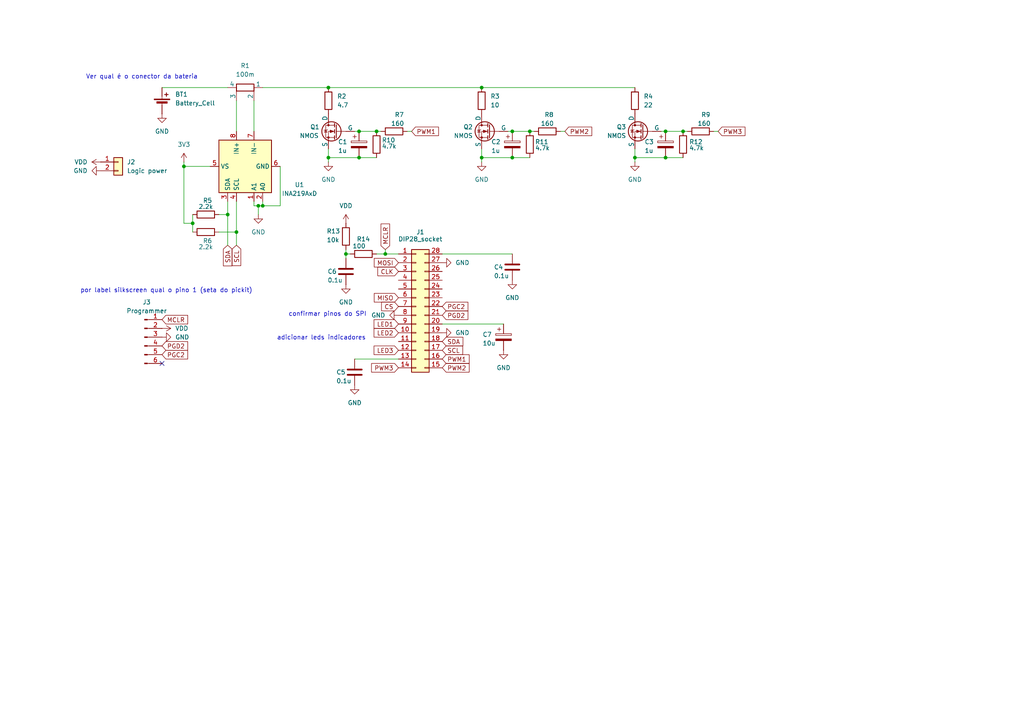
<source format=kicad_sch>
(kicad_sch (version 20231120) (generator "eeschema") (generator_version "8.0")
  (paper "A4")
  (lib_symbols
    (symbol "Connector:Conn_01x06_Pin" (pin_names (offset 1.016) hide)
      (property "Reference" "J" (at 0 7.62 0))
      (property "Value" "Conn_01x06_Pin" (at 0 -10.16 0))
      (symbol "Conn_01x06_Pin_1_1"
        (polyline (pts (xy 1.27 -7.62) (xy 0.8636 -7.62)) (stroke (width 0.1524)))
        (polyline (pts (xy 1.27 -5.08) (xy 0.8636 -5.08)) (stroke (width 0.1524)))
        (polyline (pts (xy 1.27 -2.54) (xy 0.8636 -2.54)) (stroke (width 0.1524)))
        (polyline (pts (xy 1.27 0) (xy 0.8636 0)) (stroke (width 0.1524)))
        (polyline (pts (xy 1.27 2.54) (xy 0.8636 2.54)) (stroke (width 0.1524)))
        (polyline (pts (xy 1.27 5.08) (xy 0.8636 5.08)) (stroke (width 0.1524)))
        (rectangle (start 0.8636 -7.493) (end 0 -7.747) (stroke (width 0.1524)) (fill (type outline)))
        (rectangle (start 0.8636 -4.953) (end 0 -5.207) (stroke (width 0.1524)) (fill (type outline)))
        (rectangle (start 0.8636 -2.413) (end 0 -2.667) (stroke (width 0.1524)) (fill (type outline)))
        (rectangle (start 0.8636 0.127) (end 0 -0.127) (stroke (width 0.1524)) (fill (type outline)))
        (rectangle (start 0.8636 2.667) (end 0 2.413) (stroke (width 0.1524)) (fill (type outline)))
        (rectangle (start 0.8636 5.207) (end 0 4.953) (stroke (width 0.1524)) (fill (type outline)))
        (pin passive line (at 5.08 5.08 180) (length 3.81) (name "Pin_1") (number "1"))
        (pin passive line (at 5.08 2.54 180) (length 3.81) (name "Pin_2") (number "2"))
        (pin passive line (at 5.08 0 180) (length 3.81) (name "Pin_3") (number "3"))
        (pin passive line (at 5.08 -2.54 180) (length 3.81) (name "Pin_4") (number "4"))
        (pin passive line (at 5.08 -5.08 180) (length 3.81) (name "Pin_5") (number "5"))
        (pin passive line (at 5.08 -7.62 180) (length 3.81) (name "Pin_6") (number "6"))
      )
    )
    (symbol "Connector_Generic:Conn_01x02" (pin_names (offset 1.016) hide)
      (property "Reference" "J" (at 0 2.54 0))
      (property "Value" "Conn_01x02" (at 0 -5.08 0))
      (symbol "Conn_01x02_1_1"
        (rectangle (start -1.27 -2.413) (end 0 -2.667) (stroke (width 0.1524)))
        (rectangle (start -1.27 0.127) (end 0 -0.127) (stroke (width 0.1524)))
        (rectangle (start -1.27 1.27) (end 1.27 -3.81) (stroke (width 0.254)) (fill (type background)))
        (pin passive line (at -5.08 0 0) (length 3.81) (name "Pin_1") (number "1"))
        (pin passive line (at -5.08 -2.54 0) (length 3.81) (name "Pin_2") (number "2"))
      )
    )
    (symbol "Connector_Generic:Conn_02x14_Counter_Clockwise" (pin_names (offset 1.016) hide)
      (property "Reference" "J" (at 1.27 17.78 0))
      (property "Value" "Conn_02x14_Counter_Clockwise" (at 1.27 -20.32 0))
      (symbol "Conn_02x14_Counter_Clockwise_1_1"
        (rectangle (start -1.27 -17.653) (end 0 -17.907) (stroke (width 0.1524)))
        (rectangle (start -1.27 -15.113) (end 0 -15.367) (stroke (width 0.1524)))
        (rectangle (start -1.27 -12.573) (end 0 -12.827) (stroke (width 0.1524)))
        (rectangle (start -1.27 -10.033) (end 0 -10.287) (stroke (width 0.1524)))
        (rectangle (start -1.27 -7.493) (end 0 -7.747) (stroke (width 0.1524)))
        (rectangle (start -1.27 -4.953) (end 0 -5.207) (stroke (width 0.1524)))
        (rectangle (start -1.27 -2.413) (end 0 -2.667) (stroke (width 0.1524)))
        (rectangle (start -1.27 0.127) (end 0 -0.127) (stroke (width 0.1524)))
        (rectangle (start -1.27 2.667) (end 0 2.413) (stroke (width 0.1524)))
        (rectangle (start -1.27 5.207) (end 0 4.953) (stroke (width 0.1524)))
        (rectangle (start -1.27 7.747) (end 0 7.493) (stroke (width 0.1524)))
        (rectangle (start -1.27 10.287) (end 0 10.033) (stroke (width 0.1524)))
        (rectangle (start -1.27 12.827) (end 0 12.573) (stroke (width 0.1524)))
        (rectangle (start -1.27 15.367) (end 0 15.113) (stroke (width 0.1524)))
        (rectangle (start -1.27 16.51) (end 3.81 -19.05) (stroke (width 0.254)) (fill (type background)))
        (rectangle (start 3.81 -17.653) (end 2.54 -17.907) (stroke (width 0.1524)))
        (rectangle (start 3.81 -15.113) (end 2.54 -15.367) (stroke (width 0.1524)))
        (rectangle (start 3.81 -12.573) (end 2.54 -12.827) (stroke (width 0.1524)))
        (rectangle (start 3.81 -10.033) (end 2.54 -10.287) (stroke (width 0.1524)))
        (rectangle (start 3.81 -7.493) (end 2.54 -7.747) (stroke (width 0.1524)))
        (rectangle (start 3.81 -4.953) (end 2.54 -5.207) (stroke (width 0.1524)))
        (rectangle (start 3.81 -2.413) (end 2.54 -2.667) (stroke (width 0.1524)))
        (rectangle (start 3.81 0.127) (end 2.54 -0.127) (stroke (width 0.1524)))
        (rectangle (start 3.81 2.667) (end 2.54 2.413) (stroke (width 0.1524)))
        (rectangle (start 3.81 5.207) (end 2.54 4.953) (stroke (width 0.1524)))
        (rectangle (start 3.81 7.747) (end 2.54 7.493) (stroke (width 0.1524)))
        (rectangle (start 3.81 10.287) (end 2.54 10.033) (stroke (width 0.1524)))
        (rectangle (start 3.81 12.827) (end 2.54 12.573) (stroke (width 0.1524)))
        (rectangle (start 3.81 15.367) (end 2.54 15.113) (stroke (width 0.1524)))
        (pin passive line (at -5.08 15.24 0) (length 3.81) (name "Pin_1") (number "1"))
        (pin passive line (at -5.08 -7.62 0) (length 3.81) (name "Pin_10") (number "10"))
        (pin passive line (at -5.08 -10.16 0) (length 3.81) (name "Pin_11") (number "11"))
        (pin passive line (at -5.08 -12.7 0) (length 3.81) (name "Pin_12") (number "12"))
        (pin passive line (at -5.08 -15.24 0) (length 3.81) (name "Pin_13") (number "13"))
        (pin passive line (at -5.08 -17.78 0) (length 3.81) (name "Pin_14") (number "14"))
        (pin passive line (at 7.62 -17.78 180) (length 3.81) (name "Pin_15") (number "15"))
        (pin passive line (at 7.62 -15.24 180) (length 3.81) (name "Pin_16") (number "16"))
        (pin passive line (at 7.62 -12.7 180) (length 3.81) (name "Pin_17") (number "17"))
        (pin passive line (at 7.62 -10.16 180) (length 3.81) (name "Pin_18") (number "18"))
        (pin passive line (at 7.62 -7.62 180) (length 3.81) (name "Pin_19") (number "19"))
        (pin passive line (at -5.08 12.7 0) (length 3.81) (name "Pin_2") (number "2"))
        (pin passive line (at 7.62 -5.08 180) (length 3.81) (name "Pin_20") (number "20"))
        (pin passive line (at 7.62 -2.54 180) (length 3.81) (name "Pin_21") (number "21"))
        (pin passive line (at 7.62 0 180) (length 3.81) (name "Pin_22") (number "22"))
        (pin passive line (at 7.62 2.54 180) (length 3.81) (name "Pin_23") (number "23"))
        (pin passive line (at 7.62 5.08 180) (length 3.81) (name "Pin_24") (number "24"))
        (pin passive line (at 7.62 7.62 180) (length 3.81) (name "Pin_25") (number "25"))
        (pin passive line (at 7.62 10.16 180) (length 3.81) (name "Pin_26") (number "26"))
        (pin passive line (at 7.62 12.7 180) (length 3.81) (name "Pin_27") (number "27"))
        (pin passive line (at 7.62 15.24 180) (length 3.81) (name "Pin_28") (number "28"))
        (pin passive line (at -5.08 10.16 0) (length 3.81) (name "Pin_3") (number "3"))
        (pin passive line (at -5.08 7.62 0) (length 3.81) (name "Pin_4") (number "4"))
        (pin passive line (at -5.08 5.08 0) (length 3.81) (name "Pin_5") (number "5"))
        (pin passive line (at -5.08 2.54 0) (length 3.81) (name "Pin_6") (number "6"))
        (pin passive line (at -5.08 0 0) (length 3.81) (name "Pin_7") (number "7"))
        (pin passive line (at -5.08 -2.54 0) (length 3.81) (name "Pin_8") (number "8"))
        (pin passive line (at -5.08 -5.08 0) (length 3.81) (name "Pin_9") (number "9"))
      )
    )
    (symbol "Device:Battery_Cell" (pin_numbers hide) (pin_names (offset 0) hide)
      (property "Reference" "BT" (at 2.54 2.54 0))
      (property "Value" "Battery_Cell" (at 2.54 0 0))
      (symbol "Battery_Cell_0_1"
        (rectangle (start -2.286 1.778) (end 2.286 1.524) (fill (type outline)))
        (rectangle (start -1.524 1.016) (end 1.524 0.508) (fill (type outline)))
        (polyline (pts (xy 0 0.762) (xy 0 0)))
        (polyline (pts (xy 0 1.778) (xy 0 2.54)))
        (polyline (pts (xy 0.762 3.048) (xy 1.778 3.048)) (stroke (width 0.254)))
        (polyline (pts (xy 1.27 3.556) (xy 1.27 2.54)) (stroke (width 0.254)))
      )
      (symbol "Battery_Cell_1_1"
        (pin passive line (at 0 5.08 270) (length 2.54) (name "+") (number "1"))
        (pin passive line (at 0 -2.54 90) (length 2.54) (name "-") (number "2"))
      )
    )
    (symbol "Device:C" (pin_numbers hide) (pin_names (offset 0.254))
      (property "Reference" "C" (at 0.635 2.54 0))
      (property "Value" "C" (at 0.635 -2.54 0))
      (symbol "C_0_1"
        (polyline (pts (xy -2.032 -0.762) (xy 2.032 -0.762)) (stroke (width 0.508)))
        (polyline (pts (xy -2.032 0.762) (xy 2.032 0.762)) (stroke (width 0.508)))
      )
      (symbol "C_1_1"
        (pin passive line (at 0 3.81 270) (length 2.794) (name "~") (number "1"))
        (pin passive line (at 0 -3.81 90) (length 2.794) (name "~") (number "2"))
      )
    )
    (symbol "Device:C_Polarized" (pin_numbers hide) (pin_names (offset 0.254))
      (property "Reference" "C" (at 0.635 2.54 0))
      (property "Value" "C_Polarized" (at 0.635 -2.54 0))
      (symbol "C_Polarized_0_1"
        (rectangle (start -2.286 0.508) (end 2.286 1.016))
        (polyline (pts (xy -1.778 2.286) (xy -0.762 2.286)))
        (polyline (pts (xy -1.27 2.794) (xy -1.27 1.778)))
        (rectangle (start 2.286 -0.508) (end -2.286 -1.016) (fill (type outline)))
      )
      (symbol "C_Polarized_1_1"
        (pin passive line (at 0 3.81 270) (length 2.794) (name "~") (number "1"))
        (pin passive line (at 0 -3.81 90) (length 2.794) (name "~") (number "2"))
      )
    )
    (symbol "Device:R" (pin_numbers hide) (pin_names (offset 0))
      (property "Reference" "R" (at 2.032 0 90))
      (property "Value" "R" (at 0 0 90))
      (symbol "R_0_1"
        (rectangle (start -1.016 -2.54) (end 1.016 2.54) (stroke (width 0.254)))
      )
      (symbol "R_1_1"
        (pin passive line (at 0 3.81 270) (length 1.27) (name "~") (number "1"))
        (pin passive line (at 0 -3.81 90) (length 1.27) (name "~") (number "2"))
      )
    )
    (symbol "Device:R_Shunt" (pin_numbers hide) (pin_names (offset 0))
      (property "Reference" "R" (at -4.445 0 90))
      (property "Value" "R_Shunt" (at -2.54 0 90))
      (symbol "R_Shunt_0_1"
        (rectangle (start -1.016 -2.54) (end 1.016 2.54) (stroke (width 0.254)))
        (polyline (pts (xy 0 -2.54) (xy 1.27 -2.54)))
        (polyline (pts (xy 1.27 2.54) (xy 0 2.54)))
      )
      (symbol "R_Shunt_1_1"
        (pin passive line (at 0 5.08 270) (length 2.54) (name "1") (number "1"))
        (pin passive line (at 3.81 2.54 180) (length 2.54) (name "2") (number "2"))
        (pin passive line (at 3.81 -2.54 180) (length 2.54) (name "3") (number "3"))
        (pin passive line (at 0 -5.08 90) (length 2.54) (name "4") (number "4"))
      )
    )
    (symbol "Sensor_Energy:INA219AxD"
      (property "Reference" "U" (at -6.35 8.89 0))
      (property "Value" "INA219AxD" (at 5.08 8.89 0))
      (symbol "INA219AxD_0_1"
        (rectangle (start -7.62 7.62) (end 7.62 -7.62) (stroke (width 0.254)) (fill (type background)))
      )
      (symbol "INA219AxD_1_1"
        (pin input line (at 10.16 -2.54 180) (length 2.54) (name "A1") (number "1"))
        (pin input line (at 10.16 -5.08 180) (length 2.54) (name "A0") (number "2"))
        (pin bidirectional line (at 10.16 5.08 180) (length 2.54) (name "SDA") (number "3"))
        (pin input line (at 10.16 2.54 180) (length 2.54) (name "SCL") (number "4"))
        (pin power_in line (at 0 10.16 270) (length 2.54) (name "VS") (number "5"))
        (pin power_in line (at 0 -10.16 90) (length 2.54) (name "GND") (number "6"))
        (pin input line (at -10.16 -2.54 0) (length 2.54) (name "IN-") (number "7"))
        (pin input line (at -10.16 2.54 0) (length 2.54) (name "IN+") (number "8"))
      )
    )
    (symbol "Simulation_SPICE:NMOS" (pin_numbers hide) (pin_names (offset 0))
      (property "Reference" "Q" (at 5.08 1.27 0))
      (property "Value" "NMOS" (at 5.08 -1.27 0))
      (symbol "NMOS_0_1"
        (polyline (pts (xy 0.254 0) (xy -2.54 0)))
        (polyline (pts (xy 0.254 1.905) (xy 0.254 -1.905)) (stroke (width 0.254)))
        (polyline (pts (xy 0.762 -1.27) (xy 0.762 -2.286)) (stroke (width 0.254)))
        (polyline (pts (xy 0.762 0.508) (xy 0.762 -0.508)) (stroke (width 0.254)))
        (polyline (pts (xy 0.762 2.286) (xy 0.762 1.27)) (stroke (width 0.254)))
        (polyline (pts (xy 2.54 2.54) (xy 2.54 1.778)))
        (polyline (pts (xy 2.54 -2.54) (xy 2.54 0) (xy 0.762 0)))
        (polyline (pts (xy 0.762 -1.778) (xy 3.302 -1.778) (xy 3.302 1.778) (xy 0.762 1.778)))
        (polyline (pts (xy 1.016 0) (xy 2.032 0.381) (xy 2.032 -0.381) (xy 1.016 0)) (fill (type outline)))
        (polyline (pts (xy 2.794 0.508) (xy 2.921 0.381) (xy 3.683 0.381) (xy 3.81 0.254)))
        (polyline (pts (xy 3.302 0.381) (xy 2.921 -0.254) (xy 3.683 -0.254) (xy 3.302 0.381)))
        (circle (center 1.651 0) (radius 2.794) (stroke (width 0.254)))
        (circle (center 2.54 -1.778) (radius 0.254) (fill (type outline)))
        (circle (center 2.54 1.778) (radius 0.254) (fill (type outline)))
      )
      (symbol "NMOS_1_1"
        (pin passive line (at 2.54 5.08 270) (length 2.54) (name "D") (number "1"))
        (pin input line (at -5.08 0 0) (length 2.54) (name "G") (number "2"))
        (pin passive line (at 2.54 -5.08 90) (length 2.54) (name "S") (number "3"))
      )
    )
    (symbol "power:GND" (power) (pin_numbers hide) (pin_names (offset 0) hide)
      (property "Value" "GND" (at 0 -3.81 0))
      (symbol "GND_0_1"
        (polyline (pts (xy 0 0) (xy 0 -1.27) (xy 1.27 -1.27) (xy 0 -2.54) (xy -1.27 -1.27) (xy 0 -1.27)))
      )
      (symbol "GND_1_1"
        (pin power_in line (at 0 0 270) (length 0) (name "~") (number "1"))
      )
    )
    (symbol "power:VDD" (power) (pin_numbers hide) (pin_names (offset 0) hide)
      (property "Value" "VDD" (at 0 3.556 0))
      (symbol "VDD_0_1"
        (polyline (pts (xy -0.762 1.27) (xy 0 2.54)))
        (polyline (pts (xy 0 0) (xy 0 2.54)))
        (polyline (pts (xy 0 2.54) (xy 0.762 1.27)))
      )
      (symbol "VDD_1_1"
        (pin power_in line (at 0 0 90) (length 0) (name "~") (number "1"))
      )
    )
  )
  (junction (at 193.04 38.1))
  (junction (at 111.76 73.66))
  (junction (at 53.34 48.26))
  (junction (at 198.12 38.1))
  (junction (at 104.14 38.1))
  (junction (at 95.25 25.4))
  (junction (at 55.88 64.77))
  (junction (at 109.22 38.1))
  (junction (at 74.93 59.69))
  (junction (at 68.58 67.31))
  (junction (at 76.2 59.69))
  (junction (at 139.7 25.4))
  (junction (at 100.33 73.66))
  (junction (at 104.14 45.72))
  (junction (at 66.04 62.23))
  (junction (at 148.59 45.72))
  (junction (at 193.04 45.72))
  (junction (at 184.15 45.72))
  (junction (at 139.7 45.72))
  (junction (at 148.59 38.1))
  (junction (at 95.25 45.72))
  (junction (at 153.67 38.1))
  (no_connect (at 46.99 105.41))
  (wire (pts (xy 128.27 93.98) (xy 146.05 93.98)))
  (wire (pts (xy 66.04 62.23) (xy 66.04 58.42)))
  (wire (pts (xy 193.04 38.1) (xy 198.12 38.1)))
  (wire (pts (xy 191.77 38.1) (xy 193.04 38.1)))
  (wire (pts (xy 207.01 38.1) (xy 208.28 38.1)))
  (wire (pts (xy 104.14 45.72) (xy 109.22 45.72)))
  (wire (pts (xy 68.58 29.21) (xy 68.58 38.1)))
  (wire (pts (xy 73.66 58.42) (xy 73.66 59.69)))
  (wire (pts (xy 139.7 45.72) (xy 148.59 45.72)))
  (wire (pts (xy 162.56 38.1) (xy 163.83 38.1)))
  (wire (pts (xy 81.28 59.69) (xy 76.2 59.69)))
  (wire (pts (xy 76.2 59.69) (xy 74.93 59.69)))
  (wire (pts (xy 46.99 25.4) (xy 66.04 25.4)))
  (wire (pts (xy 74.93 59.69) (xy 74.93 62.23)))
  (wire (pts (xy 128.27 73.66) (xy 148.59 73.66)))
  (wire (pts (xy 198.12 38.1) (xy 199.39 38.1)))
  (wire (pts (xy 66.04 62.23) (xy 66.04 71.12)))
  (wire (pts (xy 95.25 25.4) (xy 139.7 25.4)))
  (wire (pts (xy 53.34 48.26) (xy 53.34 64.77)))
  (wire (pts (xy 184.15 46.99) (xy 184.15 45.72)))
  (wire (pts (xy 95.25 45.72) (xy 104.14 45.72)))
  (wire (pts (xy 184.15 45.72) (xy 184.15 43.18)))
  (wire (pts (xy 100.33 72.39) (xy 100.33 73.66)))
  (wire (pts (xy 102.87 38.1) (xy 104.14 38.1)))
  (wire (pts (xy 68.58 58.42) (xy 68.58 67.31)))
  (wire (pts (xy 95.25 46.99) (xy 95.25 45.72)))
  (wire (pts (xy 139.7 25.4) (xy 184.15 25.4)))
  (wire (pts (xy 55.88 64.77) (xy 55.88 67.31)))
  (wire (pts (xy 102.87 104.14) (xy 115.57 104.14)))
  (wire (pts (xy 53.34 46.99) (xy 53.34 48.26)))
  (wire (pts (xy 109.22 38.1) (xy 110.49 38.1)))
  (wire (pts (xy 139.7 46.99) (xy 139.7 45.72)))
  (wire (pts (xy 111.76 72.39) (xy 111.76 73.66)))
  (wire (pts (xy 100.33 73.66) (xy 100.33 74.93)))
  (wire (pts (xy 76.2 25.4) (xy 95.25 25.4)))
  (wire (pts (xy 68.58 67.31) (xy 63.5 67.31)))
  (wire (pts (xy 148.59 45.72) (xy 153.67 45.72)))
  (wire (pts (xy 147.32 38.1) (xy 148.59 38.1)))
  (wire (pts (xy 55.88 62.23) (xy 55.88 64.77)))
  (wire (pts (xy 193.04 45.72) (xy 198.12 45.72)))
  (wire (pts (xy 68.58 67.31) (xy 68.58 71.12)))
  (wire (pts (xy 73.66 29.21) (xy 73.66 38.1)))
  (wire (pts (xy 60.96 48.26) (xy 53.34 48.26)))
  (wire (pts (xy 76.2 58.42) (xy 76.2 59.69)))
  (wire (pts (xy 139.7 45.72) (xy 139.7 43.18)))
  (wire (pts (xy 184.15 45.72) (xy 193.04 45.72)))
  (wire (pts (xy 63.5 62.23) (xy 66.04 62.23)))
  (wire (pts (xy 111.76 73.66) (xy 115.57 73.66)))
  (wire (pts (xy 74.93 59.69) (xy 73.66 59.69)))
  (wire (pts (xy 153.67 38.1) (xy 154.94 38.1)))
  (wire (pts (xy 109.22 73.66) (xy 111.76 73.66)))
  (wire (pts (xy 104.14 38.1) (xy 109.22 38.1)))
  (wire (pts (xy 100.33 73.66) (xy 101.6 73.66)))
  (wire (pts (xy 81.28 48.26) (xy 81.28 59.69)))
  (wire (pts (xy 55.88 64.77) (xy 53.34 64.77)))
  (wire (pts (xy 95.25 45.72) (xy 95.25 43.18)))
  (wire (pts (xy 148.59 38.1) (xy 153.67 38.1)))
  (wire (pts (xy 118.11 38.1) (xy 119.38 38.1)))
  (text "adicionar leds indicadores" (at 93.218 98.044 0) (effects (font (size 1.27 1.27))))
  (text "por label silkscreen qual o pino 1 (seta do pickit)" (at 48.26 84.328 0) (effects (font (size 1.27 1.27))))
  (text "Ver qual é o conector da bateria" (at 41.148 22.352 0) (effects (font (size 1.27 1.27))))
  (text "confirmar pinos do SPI" (at 94.996 91.186 0) (effects (font (size 1.27 1.27))))
  (global_label "PGC2" (shape input) (at 46.99 102.87 0) (property "Intersheetrefs" "${INTERSHEET_REFS}" (effects (hide yes))))
  (global_label "MOSI" (shape input) (at 115.57 76.2 180) (property "Intersheetrefs" "${INTERSHEET_REFS}" (effects (hide yes))))
  (global_label "SCL" (shape input) (at 68.58 71.12 270) (property "Intersheetrefs" "${INTERSHEET_REFS}" (effects (hide yes))))
  (global_label "LED1" (shape input) (at 115.57 93.98 180) (property "Intersheetrefs" "${INTERSHEET_REFS}" (effects (hide yes))))
  (global_label "LED2" (shape input) (at 115.57 96.52 180) (property "Intersheetrefs" "${INTERSHEET_REFS}" (effects (hide yes))))
  (global_label "MCLR" (shape input) (at 111.76 72.39 90) (property "Intersheetrefs" "${INTERSHEET_REFS}" (effects (hide yes))))
  (global_label "PWM2" (shape input) (at 128.27 106.68 0) (property "Intersheetrefs" "${INTERSHEET_REFS}" (effects (hide yes))))
  (global_label "SDA" (shape input) (at 66.04 71.12 270) (property "Intersheetrefs" "${INTERSHEET_REFS}" (effects (hide yes))))
  (global_label "PGC2" (shape input) (at 128.27 88.9 0) (property "Intersheetrefs" "${INTERSHEET_REFS}" (effects (hide yes))))
  (global_label "MCLR" (shape input) (at 46.99 92.71 0) (property "Intersheetrefs" "${INTERSHEET_REFS}" (effects (hide yes))))
  (global_label "PWM1" (shape input) (at 119.38 38.1 0) (property "Intersheetrefs" "${INTERSHEET_REFS}" (effects (hide yes))))
  (global_label "SCL" (shape input) (at 128.27 101.6 0) (property "Intersheetrefs" "${INTERSHEET_REFS}" (effects (hide yes))))
  (global_label "LED3" (shape input) (at 115.57 101.6 180) (property "Intersheetrefs" "${INTERSHEET_REFS}" (effects (hide yes))))
  (global_label "PWM1" (shape input) (at 128.27 104.14 0) (property "Intersheetrefs" "${INTERSHEET_REFS}" (effects (hide yes))))
  (global_label "PWM3" (shape input) (at 208.28 38.1 0) (property "Intersheetrefs" "${INTERSHEET_REFS}" (effects (hide yes))))
  (global_label "PWM2" (shape input) (at 163.83 38.1 0) (property "Intersheetrefs" "${INTERSHEET_REFS}" (effects (hide yes))))
  (global_label "CLK" (shape input) (at 115.57 78.74 180) (property "Intersheetrefs" "${INTERSHEET_REFS}" (effects (hide yes))))
  (global_label "CS" (shape input) (at 115.57 88.9 180) (property "Intersheetrefs" "${INTERSHEET_REFS}" (effects (hide yes))))
  (global_label "SDA" (shape input) (at 128.27 99.06 0) (property "Intersheetrefs" "${INTERSHEET_REFS}" (effects (hide yes))))
  (global_label "MISO" (shape input) (at 115.57 86.36 180) (property "Intersheetrefs" "${INTERSHEET_REFS}" (effects (hide yes))))
  (global_label "PGD2" (shape input) (at 128.27 91.44 0) (property "Intersheetrefs" "${INTERSHEET_REFS}" (effects (hide yes))))
  (global_label "PGD2" (shape input) (at 46.99 100.33 0) (property "Intersheetrefs" "${INTERSHEET_REFS}" (effects (hide yes))))
  (global_label "PWM3" (shape input) (at 115.57 106.68 180) (property "Intersheetrefs" "${INTERSHEET_REFS}" (effects (hide yes))))
  (symbol (lib_id "Device:C") (at 102.87 107.95 0) (unit 1)
    (property "Reference" "C5" (at 97.536 107.95 0) (effects (justify left)))
    (property "Value" "0.1u" (at 97.536 110.49 0) (effects (justify left)))
    (property "Description" "Unpolarized capacitor" (effects (hide yes)))
  )
  (symbol (lib_id "Connector_Generic:Conn_02x14_Counter_Clockwise") (at 120.65 88.9 0) (unit 1)
    (property "Reference" "J1" (at 121.92 67.31 0))
    (property "Value" "DIP28_socket" (at 121.92 69.342 0))
    (property "Footprint" "Package_DIP:DIP-28_W7.62mm_Socket" (effects (hide yes)))
    (property "Description" "Generic connector, double row, 02x14, counter clockwise pin numbering scheme (similar to DIP package numbering), script generated (kicad-library-utils/schlib/autogen/connector/)" (effects (hide yes)))
  )
  (symbol (lib_id "Device:R") (at 184.15 29.21 0) (unit 1)
    (property "Reference" "R4" (at 186.69 27.9399 0) (effects (justify left)))
    (property "Value" "22" (at 186.69 30.4799 0) (effects (justify left)))
    (property "Description" "Resistor" (effects (hide yes)))
  )
  (symbol (lib_id "Sensor_Energy:INA219AxD") (at 71.12 48.26 90) (mirror x) (unit 1)
    (property "Reference" "U1" (at 86.868 53.594 90))
    (property "Value" "INA219AxD" (at 86.868 56.134 90))
    (property "Footprint" "Package_SO:SOIC-8_3.9x4.9mm_P1.27mm" (effects (hide yes)))
    (property "Datasheet" "http://www.ti.com/lit/ds/symlink/ina219.pdf" (effects (hide yes)))
    (property "Description" "Zero-Drift, Bidirectional Current/Power Monitor (0-26V) With I2C Interface, SOIC-8" (effects (hide yes)))
  )
  (symbol (lib_id "Device:R") (at 153.67 41.91 0) (unit 1)
    (property "Reference" "R11" (at 155.194 41.148 0) (effects (justify left)))
    (property "Value" "4.7k" (at 155.194 42.926 0) (effects (justify left)))
    (property "Description" "Resistor" (effects (hide yes)))
  )
  (symbol (lib_id "Device:R") (at 203.2 38.1 90) (unit 1)
    (property "Reference" "R9" (at 204.724 33.274 90))
    (property "Value" "160" (at 204.216 35.814 90))
    (property "Description" "Resistor" (effects (hide yes)))
  )
  (symbol (lib_id "Device:R_Shunt") (at 71.12 25.4 270) (unit 1)
    (property "Reference" "R1" (at 71.12 19.05 90))
    (property "Value" "100m" (at 71.12 21.59 90))
    (property "Description" "Shunt resistor" (effects (hide yes)))
  )
  (symbol (lib_id "power:GND") (at 29.21 49.53 270) (unit 1)
    (property "Reference" "#PWR016" (effects (hide yes)))
    (property "Value" "GND" (at 25.4 49.5299 90) (effects (justify right)))
    (property "Description" "Power symbol creates a global label with name \"GND\" , ground" (effects (hide yes)))
  )
  (symbol (lib_id "Device:C_Polarized") (at 104.14 41.91 0) (unit 1)
    (property "Reference" "C1" (at 98.044 41.148 0) (effects (justify left)))
    (property "Value" "1u" (at 98.044 43.688 0) (effects (justify left)))
    (property "Description" "Polarized capacitor" (effects (hide yes)))
  )
  (symbol (lib_id "power:VDD") (at 29.21 46.99 90) (unit 1)
    (property "Reference" "#PWR015" (effects (hide yes)))
    (property "Value" "VDD" (at 25.4 46.9899 90) (effects (justify left)))
    (property "Description" "Power symbol creates a global label with name \"VDD\"" (effects (hide yes)))
  )
  (symbol (lib_id "Device:R") (at 59.69 67.31 90) (mirror x) (unit 1)
    (property "Reference" "R6" (at 60.198 69.85 90))
    (property "Value" "2.2k" (at 59.69 71.628 90))
    (property "Description" "Resistor" (effects (hide yes)))
  )
  (symbol (lib_id "Device:C") (at 100.33 78.74 0) (unit 1)
    (property "Reference" "C6" (at 94.996 78.74 0) (effects (justify left)))
    (property "Value" "0.1u" (at 94.996 81.28 0) (effects (justify left)))
    (property "Description" "Unpolarized capacitor" (effects (hide yes)))
  )
  (symbol (lib_id "Connector_Generic:Conn_01x02") (at 34.29 46.99 0) (unit 1)
    (property "Reference" "J2" (at 36.83 46.9899 0) (effects (justify left)))
    (property "Value" "Logic power" (at 36.83 49.5299 0) (effects (justify left)))
    (property "Description" "Generic connector, single row, 01x02, script generated (kicad-library-utils/schlib/autogen/connector/)" (effects (hide yes)))
  )
  (symbol (lib_id "power:GND") (at 128.27 96.52 90) (unit 1)
    (property "Reference" "#PWR011" (effects (hide yes)))
    (property "Value" "GND" (at 132.08 96.5199 90) (effects (justify right)))
    (property "Description" "Power symbol creates a global label with name \"GND\" , ground" (effects (hide yes)))
  )
  (symbol (lib_id "Device:C_Polarized") (at 148.59 41.91 0) (unit 1)
    (property "Reference" "C2" (at 142.494 41.148 0) (effects (justify left)))
    (property "Value" "1u" (at 142.494 43.688 0) (effects (justify left)))
    (property "Description" "Polarized capacitor" (effects (hide yes)))
  )
  (symbol (lib_id "power:GND") (at 95.25 46.99 0) (unit 1)
    (property "Reference" "#PWR02" (effects (hide yes)))
    (property "Value" "GND" (at 95.25 52.07 0))
    (property "Description" "Power symbol creates a global label with name \"GND\" , ground" (effects (hide yes)))
  )
  (symbol (lib_id "Device:R") (at 59.69 62.23 90) (unit 1)
    (property "Reference" "R5" (at 60.198 58.166 90))
    (property "Value" "2.2k" (at 59.69 59.944 90))
    (property "Description" "Resistor" (effects (hide yes)))
  )
  (symbol (lib_id "Simulation_SPICE:NMOS") (at 186.69 38.1 0) (mirror y) (unit 1)
    (property "Reference" "Q3" (at 181.61 36.83 0) (effects (justify left)))
    (property "Value" "NMOS" (at 181.61 39.37 0) (effects (justify left)))
    (property "Datasheet" "https://ngspice.sourceforge.io/docs/ngspice-html-manual/manual.xhtml#cha_MOSFETs" (effects (hide yes)))
    (property "Description" "N-MOSFET transistor, drain/source/gate" (effects (hide yes)))
    (property "Sim.Device" "NMOS" (effects (hide yes)))
    (property "Sim.Type" "VDMOS" (effects (hide yes)))
    (property "Sim.Pins" "1=D 2=G 3=S" (effects (hide yes)))
  )
  (symbol (lib_id "power:GND") (at 46.99 33.02 0) (unit 1)
    (property "Reference" "#PWR01" (effects (hide yes)))
    (property "Value" "GND" (at 46.99 38.1 0))
    (property "Description" "Power symbol creates a global label with name \"GND\" , ground" (effects (hide yes)))
  )
  (symbol (lib_id "power:VDD") (at 46.99 95.25 270) (unit 1)
    (property "Reference" "#PWR018" (effects (hide yes)))
    (property "Value" "VDD" (at 50.8 95.2499 90) (effects (justify left)))
    (property "Description" "Power symbol creates a global label with name \"VDD\"" (effects (hide yes)))
  )
  (symbol (lib_id "Simulation_SPICE:NMOS") (at 142.24 38.1 0) (mirror y) (unit 1)
    (property "Reference" "Q2" (at 137.16 36.83 0) (effects (justify left)))
    (property "Value" "NMOS" (at 137.16 39.37 0) (effects (justify left)))
    (property "Datasheet" "https://ngspice.sourceforge.io/docs/ngspice-html-manual/manual.xhtml#cha_MOSFETs" (effects (hide yes)))
    (property "Description" "N-MOSFET transistor, drain/source/gate" (effects (hide yes)))
    (property "Sim.Device" "NMOS" (effects (hide yes)))
    (property "Sim.Type" "VDMOS" (effects (hide yes)))
    (property "Sim.Pins" "1=D 2=G 3=S" (effects (hide yes)))
  )
  (symbol (lib_id "Device:C") (at 148.59 77.47 0) (unit 1)
    (property "Reference" "C4" (at 143.256 77.47 0) (effects (justify left)))
    (property "Value" "0.1u" (at 143.256 80.01 0) (effects (justify left)))
    (property "Description" "Unpolarized capacitor" (effects (hide yes)))
  )
  (symbol (lib_id "Device:C_Polarized") (at 193.04 41.91 0) (unit 1)
    (property "Reference" "C3" (at 186.944 41.148 0) (effects (justify left)))
    (property "Value" "1u" (at 186.944 43.688 0) (effects (justify left)))
    (property "Description" "Polarized capacitor" (effects (hide yes)))
  )
  (symbol (lib_id "power:GND") (at 128.27 76.2 90) (unit 1)
    (property "Reference" "#PWR08" (effects (hide yes)))
    (property "Value" "GND" (at 132.08 76.1999 90) (effects (justify right)))
    (property "Description" "Power symbol creates a global label with name \"GND\" , ground" (effects (hide yes)))
  )
  (symbol (lib_id "power:VDD") (at 100.33 64.77 0) (unit 1)
    (property "Reference" "#PWR013" (effects (hide yes)))
    (property "Value" "VDD" (at 100.33 59.69 0))
    (property "Description" "Power symbol creates a global label with name \"VDD\"" (effects (hide yes)))
  )
  (symbol (lib_id "Simulation_SPICE:NMOS") (at 97.79 38.1 0) (mirror y) (unit 1)
    (property "Reference" "Q1" (at 92.71 36.83 0) (effects (justify left)))
    (property "Value" "NMOS" (at 92.456 39.37 0) (effects (justify left)))
    (property "Datasheet" "https://ngspice.sourceforge.io/docs/ngspice-html-manual/manual.xhtml#cha_MOSFETs" (effects (hide yes)))
    (property "Description" "N-MOSFET transistor, drain/source/gate" (effects (hide yes)))
    (property "Sim.Device" "NMOS" (effects (hide yes)))
    (property "Sim.Type" "VDMOS" (effects (hide yes)))
    (property "Sim.Pins" "1=D 2=G 3=S" (effects (hide yes)))
  )
  (symbol (lib_id "power:GND") (at 100.33 82.55 0) (unit 1)
    (property "Reference" "#PWR014" (effects (hide yes)))
    (property "Value" "GND" (at 100.33 87.63 0))
    (property "Description" "Power symbol creates a global label with name \"GND\" , ground" (effects (hide yes)))
  )
  (symbol (lib_id "Device:R") (at 198.12 41.91 0) (unit 1)
    (property "Reference" "R12" (at 199.898 41.148 0) (effects (justify left)))
    (property "Value" "4.7k" (at 199.898 42.926 0) (effects (justify left)))
    (property "Description" "Resistor" (effects (hide yes)))
  )
  (symbol (lib_id "Device:C_Polarized") (at 146.05 97.79 0) (unit 1)
    (property "Reference" "C7" (at 139.954 97.028 0) (effects (justify left)))
    (property "Value" "10u" (at 139.954 99.568 0) (effects (justify left)))
    (property "Description" "Polarized capacitor" (effects (hide yes)))
  )
  (symbol (lib_id "power:GND") (at 139.7 46.99 0) (unit 1)
    (property "Reference" "#PWR03" (effects (hide yes)))
    (property "Value" "GND" (at 139.7 52.07 0))
    (property "Description" "Power symbol creates a global label with name \"GND\" , ground" (effects (hide yes)))
  )
  (symbol (lib_id "power:GND") (at 148.59 81.28 0) (unit 1)
    (property "Reference" "#PWR07" (effects (hide yes)))
    (property "Value" "GND" (at 148.59 86.36 0))
    (property "Description" "Power symbol creates a global label with name \"GND\" , ground" (effects (hide yes)))
  )
  (symbol (lib_id "Device:R") (at 139.7 29.21 0) (unit 1)
    (property "Reference" "R3" (at 142.24 27.9399 0) (effects (justify left)))
    (property "Value" "10" (at 142.24 30.4799 0) (effects (justify left)))
    (property "Description" "Resistor" (effects (hide yes)))
  )
  (symbol (lib_id "Device:R") (at 95.25 29.21 0) (unit 1)
    (property "Reference" "R2" (at 97.79 27.9399 0) (effects (justify left)))
    (property "Value" "4.7" (at 97.79 30.4799 0) (effects (justify left)))
    (property "Description" "Resistor" (effects (hide yes)))
  )
  (symbol (lib_id "Device:R") (at 109.22 41.91 0) (unit 1)
    (property "Reference" "R10" (at 110.744 40.64 0) (effects (justify left)))
    (property "Value" "4.7k" (at 110.744 42.418 0) (effects (justify left)))
    (property "Description" "Resistor" (effects (hide yes)))
  )
  (symbol (lib_id "power:GND") (at 74.93 62.23 0) (unit 1)
    (property "Reference" "#PWR05" (effects (hide yes)))
    (property "Value" "GND" (at 74.93 67.31 0))
    (property "Description" "Power symbol creates a global label with name \"GND\" , ground" (effects (hide yes)))
  )
  (symbol (lib_id "Device:Battery_Cell") (at 46.99 30.48 0) (unit 1)
    (property "Reference" "BT1" (at 50.8 27.3684 0) (effects (justify left)))
    (property "Value" "Battery_Cell" (at 50.8 29.9084 0) (effects (justify left)))
    (property "Description" "Single-cell battery" (effects (hide yes)))
  )
  (symbol (lib_id "power:VDD") (at 53.34 46.99 0) (unit 1)
    (property "Reference" "#PWR06" (effects (hide yes)))
    (property "Value" "3V3" (at 53.34 41.91 0))
    (property "Description" "Power symbol creates a global label with name \"VDD\"" (effects (hide yes)))
  )
  (symbol (lib_id "power:GND") (at 184.15 46.99 0) (unit 1)
    (property "Reference" "#PWR04" (effects (hide yes)))
    (property "Value" "GND" (at 184.15 52.07 0))
    (property "Description" "Power symbol creates a global label with name \"GND\" , ground" (effects (hide yes)))
  )
  (symbol (lib_id "Device:R") (at 100.33 68.58 0) (unit 1)
    (property "Reference" "R13" (at 94.742 67.056 0) (effects (justify left)))
    (property "Value" "10k" (at 94.742 69.596 0) (effects (justify left)))
    (property "Description" "Resistor" (effects (hide yes)))
  )
  (symbol (lib_id "power:GND") (at 115.57 91.44 270) (unit 1)
    (property "Reference" "#PWR010" (effects (hide yes)))
    (property "Value" "GND" (at 111.76 91.4399 90) (effects (justify right)))
    (property "Description" "Power symbol creates a global label with name \"GND\" , ground" (effects (hide yes)))
  )
  (symbol (lib_id "power:GND") (at 46.99 97.79 90) (unit 1)
    (property "Reference" "#PWR017" (effects (hide yes)))
    (property "Value" "GND" (at 50.8 97.7899 90) (effects (justify right)))
    (property "Description" "Power symbol creates a global label with name \"GND\" , ground" (effects (hide yes)))
  )
  (symbol (lib_id "Device:R") (at 158.75 38.1 90) (unit 1)
    (property "Reference" "R8" (at 159.258 33.274 90))
    (property "Value" "160" (at 158.75 35.814 90))
    (property "Description" "Resistor" (effects (hide yes)))
  )
  (symbol (lib_id "power:GND") (at 102.87 111.76 0) (unit 1)
    (property "Reference" "#PWR09" (effects (hide yes)))
    (property "Value" "GND" (at 102.87 116.84 0))
    (property "Description" "Power symbol creates a global label with name \"GND\" , ground" (effects (hide yes)))
  )
  (symbol (lib_id "Connector:Conn_01x06_Pin") (at 41.91 97.79 0) (unit 1)
    (property "Reference" "J3" (at 42.545 87.63 0))
    (property "Value" "Programmer" (at 42.545 90.17 0))
    (property "Footprint" "Connector_PinHeader_2.54mm:PinHeader_1x06_P2.54mm_Vertical" (effects (hide yes)))
    (property "Description" "Generic connector, single row, 01x06, script generated" (effects (hide yes)))
  )
  (symbol (lib_id "Device:R") (at 105.41 73.66 270) (unit 1)
    (property "Reference" "R14" (at 105.41 69.342 90))
    (property "Value" "100" (at 104.14 71.374 90))
    (property "Description" "Resistor" (effects (hide yes)))
  )
  (symbol (lib_id "Device:R") (at 114.3 38.1 90) (unit 1)
    (property "Reference" "R7" (at 115.824 33.274 90))
    (property "Value" "160" (at 115.316 35.814 90))
    (property "Description" "Resistor" (effects (hide yes)))
  )
  (symbol (lib_id "power:GND") (at 146.05 101.6 0) (unit 1)
    (property "Reference" "#PWR012" (effects (hide yes)))
    (property "Value" "GND" (at 146.05 106.68 0))
    (property "Description" "Power symbol creates a global label with name \"GND\" , ground" (effects (hide yes)))
  )
)
</source>
